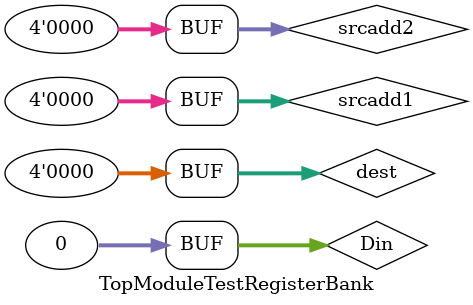
<source format=v>
`timescale 1ns / 1ps


module TopModuleTestRegisterBank;

	// Inputs
	reg [3:0] dest;
	reg [31:0] Din;
	reg [3:0] srcadd1;
	reg [3:0] srcadd2;
	
	


	// Instantiate the Unit Under Test (UUT)
	RegisterBank uut (
		.dest(dest), 
		.Din(Din), 
		.srcadd1(srcadd1), 
		.srcadd2(srcadd2), 
		.src1(src1), 
		.src2(src2)
	);

	initial begin
		// Initialize Inputs
		dest = 0;
		Din = 0;
		srcadd1 = 0;
		srcadd2 = 0;

		// Wait 100 ns for global reset to finish
		#100;
        
		// Add stimulus here

	end
      
endmodule


</source>
